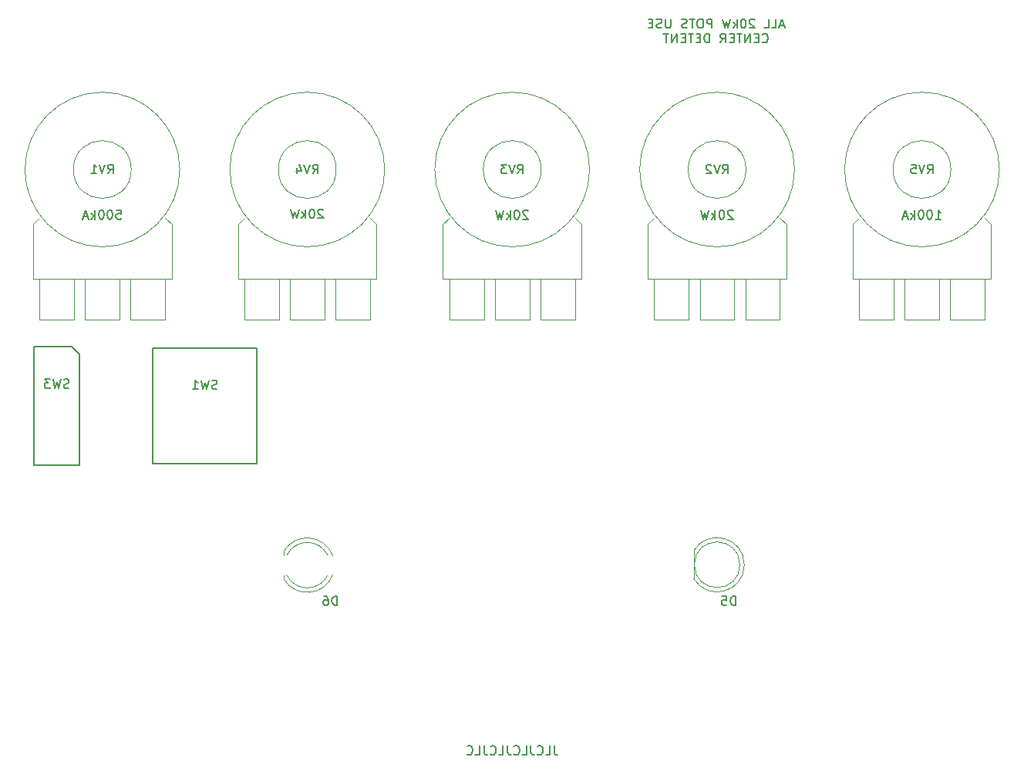
<source format=gbr>
G04 #@! TF.GenerationSoftware,KiCad,Pcbnew,7.0.10*
G04 #@! TF.CreationDate,2024-02-16T20:24:02-03:30*
G04 #@! TF.ProjectId,tight-distortion,74696768-742d-4646-9973-746f7274696f,rev?*
G04 #@! TF.SameCoordinates,Original*
G04 #@! TF.FileFunction,Legend,Bot*
G04 #@! TF.FilePolarity,Positive*
%FSLAX46Y46*%
G04 Gerber Fmt 4.6, Leading zero omitted, Abs format (unit mm)*
G04 Created by KiCad (PCBNEW 7.0.10) date 2024-02-16 20:24:02*
%MOMM*%
%LPD*%
G01*
G04 APERTURE LIST*
%ADD10C,0.150000*%
%ADD11C,0.120000*%
G04 APERTURE END LIST*
D10*
X29852381Y41835895D02*
X29376191Y41835895D01*
X29947619Y41550180D02*
X29614286Y42550180D01*
X29614286Y42550180D02*
X29280953Y41550180D01*
X28471429Y41550180D02*
X28947619Y41550180D01*
X28947619Y41550180D02*
X28947619Y42550180D01*
X27661905Y41550180D02*
X28138095Y41550180D01*
X28138095Y41550180D02*
X28138095Y42550180D01*
X26614285Y42454942D02*
X26566666Y42502561D01*
X26566666Y42502561D02*
X26471428Y42550180D01*
X26471428Y42550180D02*
X26233333Y42550180D01*
X26233333Y42550180D02*
X26138095Y42502561D01*
X26138095Y42502561D02*
X26090476Y42454942D01*
X26090476Y42454942D02*
X26042857Y42359704D01*
X26042857Y42359704D02*
X26042857Y42264466D01*
X26042857Y42264466D02*
X26090476Y42121609D01*
X26090476Y42121609D02*
X26661904Y41550180D01*
X26661904Y41550180D02*
X26042857Y41550180D01*
X25423809Y42550180D02*
X25328571Y42550180D01*
X25328571Y42550180D02*
X25233333Y42502561D01*
X25233333Y42502561D02*
X25185714Y42454942D01*
X25185714Y42454942D02*
X25138095Y42359704D01*
X25138095Y42359704D02*
X25090476Y42169228D01*
X25090476Y42169228D02*
X25090476Y41931133D01*
X25090476Y41931133D02*
X25138095Y41740657D01*
X25138095Y41740657D02*
X25185714Y41645419D01*
X25185714Y41645419D02*
X25233333Y41597800D01*
X25233333Y41597800D02*
X25328571Y41550180D01*
X25328571Y41550180D02*
X25423809Y41550180D01*
X25423809Y41550180D02*
X25519047Y41597800D01*
X25519047Y41597800D02*
X25566666Y41645419D01*
X25566666Y41645419D02*
X25614285Y41740657D01*
X25614285Y41740657D02*
X25661904Y41931133D01*
X25661904Y41931133D02*
X25661904Y42169228D01*
X25661904Y42169228D02*
X25614285Y42359704D01*
X25614285Y42359704D02*
X25566666Y42454942D01*
X25566666Y42454942D02*
X25519047Y42502561D01*
X25519047Y42502561D02*
X25423809Y42550180D01*
X24661904Y41550180D02*
X24661904Y42550180D01*
X24566666Y41931133D02*
X24280952Y41550180D01*
X24280952Y42216847D02*
X24661904Y41835895D01*
X23947618Y42550180D02*
X23709523Y41550180D01*
X23709523Y41550180D02*
X23519047Y42264466D01*
X23519047Y42264466D02*
X23328571Y41550180D01*
X23328571Y41550180D02*
X23090476Y42550180D01*
X21947618Y41550180D02*
X21947618Y42550180D01*
X21947618Y42550180D02*
X21566666Y42550180D01*
X21566666Y42550180D02*
X21471428Y42502561D01*
X21471428Y42502561D02*
X21423809Y42454942D01*
X21423809Y42454942D02*
X21376190Y42359704D01*
X21376190Y42359704D02*
X21376190Y42216847D01*
X21376190Y42216847D02*
X21423809Y42121609D01*
X21423809Y42121609D02*
X21471428Y42073990D01*
X21471428Y42073990D02*
X21566666Y42026371D01*
X21566666Y42026371D02*
X21947618Y42026371D01*
X20757142Y42550180D02*
X20566666Y42550180D01*
X20566666Y42550180D02*
X20471428Y42502561D01*
X20471428Y42502561D02*
X20376190Y42407323D01*
X20376190Y42407323D02*
X20328571Y42216847D01*
X20328571Y42216847D02*
X20328571Y41883514D01*
X20328571Y41883514D02*
X20376190Y41693038D01*
X20376190Y41693038D02*
X20471428Y41597800D01*
X20471428Y41597800D02*
X20566666Y41550180D01*
X20566666Y41550180D02*
X20757142Y41550180D01*
X20757142Y41550180D02*
X20852380Y41597800D01*
X20852380Y41597800D02*
X20947618Y41693038D01*
X20947618Y41693038D02*
X20995237Y41883514D01*
X20995237Y41883514D02*
X20995237Y42216847D01*
X20995237Y42216847D02*
X20947618Y42407323D01*
X20947618Y42407323D02*
X20852380Y42502561D01*
X20852380Y42502561D02*
X20757142Y42550180D01*
X20042856Y42550180D02*
X19471428Y42550180D01*
X19757142Y41550180D02*
X19757142Y42550180D01*
X19185713Y41597800D02*
X19042856Y41550180D01*
X19042856Y41550180D02*
X18804761Y41550180D01*
X18804761Y41550180D02*
X18709523Y41597800D01*
X18709523Y41597800D02*
X18661904Y41645419D01*
X18661904Y41645419D02*
X18614285Y41740657D01*
X18614285Y41740657D02*
X18614285Y41835895D01*
X18614285Y41835895D02*
X18661904Y41931133D01*
X18661904Y41931133D02*
X18709523Y41978752D01*
X18709523Y41978752D02*
X18804761Y42026371D01*
X18804761Y42026371D02*
X18995237Y42073990D01*
X18995237Y42073990D02*
X19090475Y42121609D01*
X19090475Y42121609D02*
X19138094Y42169228D01*
X19138094Y42169228D02*
X19185713Y42264466D01*
X19185713Y42264466D02*
X19185713Y42359704D01*
X19185713Y42359704D02*
X19138094Y42454942D01*
X19138094Y42454942D02*
X19090475Y42502561D01*
X19090475Y42502561D02*
X18995237Y42550180D01*
X18995237Y42550180D02*
X18757142Y42550180D01*
X18757142Y42550180D02*
X18614285Y42502561D01*
X17423808Y42550180D02*
X17423808Y41740657D01*
X17423808Y41740657D02*
X17376189Y41645419D01*
X17376189Y41645419D02*
X17328570Y41597800D01*
X17328570Y41597800D02*
X17233332Y41550180D01*
X17233332Y41550180D02*
X17042856Y41550180D01*
X17042856Y41550180D02*
X16947618Y41597800D01*
X16947618Y41597800D02*
X16899999Y41645419D01*
X16899999Y41645419D02*
X16852380Y41740657D01*
X16852380Y41740657D02*
X16852380Y42550180D01*
X16423808Y41597800D02*
X16280951Y41550180D01*
X16280951Y41550180D02*
X16042856Y41550180D01*
X16042856Y41550180D02*
X15947618Y41597800D01*
X15947618Y41597800D02*
X15899999Y41645419D01*
X15899999Y41645419D02*
X15852380Y41740657D01*
X15852380Y41740657D02*
X15852380Y41835895D01*
X15852380Y41835895D02*
X15899999Y41931133D01*
X15899999Y41931133D02*
X15947618Y41978752D01*
X15947618Y41978752D02*
X16042856Y42026371D01*
X16042856Y42026371D02*
X16233332Y42073990D01*
X16233332Y42073990D02*
X16328570Y42121609D01*
X16328570Y42121609D02*
X16376189Y42169228D01*
X16376189Y42169228D02*
X16423808Y42264466D01*
X16423808Y42264466D02*
X16423808Y42359704D01*
X16423808Y42359704D02*
X16376189Y42454942D01*
X16376189Y42454942D02*
X16328570Y42502561D01*
X16328570Y42502561D02*
X16233332Y42550180D01*
X16233332Y42550180D02*
X15995237Y42550180D01*
X15995237Y42550180D02*
X15852380Y42502561D01*
X15423808Y42073990D02*
X15090475Y42073990D01*
X14947618Y41550180D02*
X15423808Y41550180D01*
X15423808Y41550180D02*
X15423808Y42550180D01*
X15423808Y42550180D02*
X14947618Y42550180D01*
X27471429Y40035419D02*
X27519048Y39987800D01*
X27519048Y39987800D02*
X27661905Y39940180D01*
X27661905Y39940180D02*
X27757143Y39940180D01*
X27757143Y39940180D02*
X27900000Y39987800D01*
X27900000Y39987800D02*
X27995238Y40083038D01*
X27995238Y40083038D02*
X28042857Y40178276D01*
X28042857Y40178276D02*
X28090476Y40368752D01*
X28090476Y40368752D02*
X28090476Y40511609D01*
X28090476Y40511609D02*
X28042857Y40702085D01*
X28042857Y40702085D02*
X27995238Y40797323D01*
X27995238Y40797323D02*
X27900000Y40892561D01*
X27900000Y40892561D02*
X27757143Y40940180D01*
X27757143Y40940180D02*
X27661905Y40940180D01*
X27661905Y40940180D02*
X27519048Y40892561D01*
X27519048Y40892561D02*
X27471429Y40844942D01*
X27042857Y40463990D02*
X26709524Y40463990D01*
X26566667Y39940180D02*
X27042857Y39940180D01*
X27042857Y39940180D02*
X27042857Y40940180D01*
X27042857Y40940180D02*
X26566667Y40940180D01*
X26138095Y39940180D02*
X26138095Y40940180D01*
X26138095Y40940180D02*
X25566667Y39940180D01*
X25566667Y39940180D02*
X25566667Y40940180D01*
X25233333Y40940180D02*
X24661905Y40940180D01*
X24947619Y39940180D02*
X24947619Y40940180D01*
X24328571Y40463990D02*
X23995238Y40463990D01*
X23852381Y39940180D02*
X24328571Y39940180D01*
X24328571Y39940180D02*
X24328571Y40940180D01*
X24328571Y40940180D02*
X23852381Y40940180D01*
X22852381Y39940180D02*
X23185714Y40416371D01*
X23423809Y39940180D02*
X23423809Y40940180D01*
X23423809Y40940180D02*
X23042857Y40940180D01*
X23042857Y40940180D02*
X22947619Y40892561D01*
X22947619Y40892561D02*
X22900000Y40844942D01*
X22900000Y40844942D02*
X22852381Y40749704D01*
X22852381Y40749704D02*
X22852381Y40606847D01*
X22852381Y40606847D02*
X22900000Y40511609D01*
X22900000Y40511609D02*
X22947619Y40463990D01*
X22947619Y40463990D02*
X23042857Y40416371D01*
X23042857Y40416371D02*
X23423809Y40416371D01*
X21661904Y39940180D02*
X21661904Y40940180D01*
X21661904Y40940180D02*
X21423809Y40940180D01*
X21423809Y40940180D02*
X21280952Y40892561D01*
X21280952Y40892561D02*
X21185714Y40797323D01*
X21185714Y40797323D02*
X21138095Y40702085D01*
X21138095Y40702085D02*
X21090476Y40511609D01*
X21090476Y40511609D02*
X21090476Y40368752D01*
X21090476Y40368752D02*
X21138095Y40178276D01*
X21138095Y40178276D02*
X21185714Y40083038D01*
X21185714Y40083038D02*
X21280952Y39987800D01*
X21280952Y39987800D02*
X21423809Y39940180D01*
X21423809Y39940180D02*
X21661904Y39940180D01*
X20661904Y40463990D02*
X20328571Y40463990D01*
X20185714Y39940180D02*
X20661904Y39940180D01*
X20661904Y39940180D02*
X20661904Y40940180D01*
X20661904Y40940180D02*
X20185714Y40940180D01*
X19899999Y40940180D02*
X19328571Y40940180D01*
X19614285Y39940180D02*
X19614285Y40940180D01*
X18995237Y40463990D02*
X18661904Y40463990D01*
X18519047Y39940180D02*
X18995237Y39940180D01*
X18995237Y39940180D02*
X18995237Y40940180D01*
X18995237Y40940180D02*
X18519047Y40940180D01*
X18090475Y39940180D02*
X18090475Y40940180D01*
X18090475Y40940180D02*
X17519047Y39940180D01*
X17519047Y39940180D02*
X17519047Y40940180D01*
X17185713Y40940180D02*
X16614285Y40940180D01*
X16899999Y39940180D02*
X16899999Y40940180D01*
X4619048Y-37354819D02*
X4619048Y-38069104D01*
X4619048Y-38069104D02*
X4666667Y-38211961D01*
X4666667Y-38211961D02*
X4761905Y-38307200D01*
X4761905Y-38307200D02*
X4904762Y-38354819D01*
X4904762Y-38354819D02*
X5000000Y-38354819D01*
X3666667Y-38354819D02*
X4142857Y-38354819D01*
X4142857Y-38354819D02*
X4142857Y-37354819D01*
X2761905Y-38259580D02*
X2809524Y-38307200D01*
X2809524Y-38307200D02*
X2952381Y-38354819D01*
X2952381Y-38354819D02*
X3047619Y-38354819D01*
X3047619Y-38354819D02*
X3190476Y-38307200D01*
X3190476Y-38307200D02*
X3285714Y-38211961D01*
X3285714Y-38211961D02*
X3333333Y-38116723D01*
X3333333Y-38116723D02*
X3380952Y-37926247D01*
X3380952Y-37926247D02*
X3380952Y-37783390D01*
X3380952Y-37783390D02*
X3333333Y-37592914D01*
X3333333Y-37592914D02*
X3285714Y-37497676D01*
X3285714Y-37497676D02*
X3190476Y-37402438D01*
X3190476Y-37402438D02*
X3047619Y-37354819D01*
X3047619Y-37354819D02*
X2952381Y-37354819D01*
X2952381Y-37354819D02*
X2809524Y-37402438D01*
X2809524Y-37402438D02*
X2761905Y-37450057D01*
X2047619Y-37354819D02*
X2047619Y-38069104D01*
X2047619Y-38069104D02*
X2095238Y-38211961D01*
X2095238Y-38211961D02*
X2190476Y-38307200D01*
X2190476Y-38307200D02*
X2333333Y-38354819D01*
X2333333Y-38354819D02*
X2428571Y-38354819D01*
X1095238Y-38354819D02*
X1571428Y-38354819D01*
X1571428Y-38354819D02*
X1571428Y-37354819D01*
X190476Y-38259580D02*
X238095Y-38307200D01*
X238095Y-38307200D02*
X380952Y-38354819D01*
X380952Y-38354819D02*
X476190Y-38354819D01*
X476190Y-38354819D02*
X619047Y-38307200D01*
X619047Y-38307200D02*
X714285Y-38211961D01*
X714285Y-38211961D02*
X761904Y-38116723D01*
X761904Y-38116723D02*
X809523Y-37926247D01*
X809523Y-37926247D02*
X809523Y-37783390D01*
X809523Y-37783390D02*
X761904Y-37592914D01*
X761904Y-37592914D02*
X714285Y-37497676D01*
X714285Y-37497676D02*
X619047Y-37402438D01*
X619047Y-37402438D02*
X476190Y-37354819D01*
X476190Y-37354819D02*
X380952Y-37354819D01*
X380952Y-37354819D02*
X238095Y-37402438D01*
X238095Y-37402438D02*
X190476Y-37450057D01*
X-523809Y-37354819D02*
X-523809Y-38069104D01*
X-523809Y-38069104D02*
X-476190Y-38211961D01*
X-476190Y-38211961D02*
X-380952Y-38307200D01*
X-380952Y-38307200D02*
X-238095Y-38354819D01*
X-238095Y-38354819D02*
X-142857Y-38354819D01*
X-1476190Y-38354819D02*
X-1000000Y-38354819D01*
X-1000000Y-38354819D02*
X-1000000Y-37354819D01*
X-2380952Y-38259580D02*
X-2333333Y-38307200D01*
X-2333333Y-38307200D02*
X-2190476Y-38354819D01*
X-2190476Y-38354819D02*
X-2095238Y-38354819D01*
X-2095238Y-38354819D02*
X-1952381Y-38307200D01*
X-1952381Y-38307200D02*
X-1857143Y-38211961D01*
X-1857143Y-38211961D02*
X-1809524Y-38116723D01*
X-1809524Y-38116723D02*
X-1761905Y-37926247D01*
X-1761905Y-37926247D02*
X-1761905Y-37783390D01*
X-1761905Y-37783390D02*
X-1809524Y-37592914D01*
X-1809524Y-37592914D02*
X-1857143Y-37497676D01*
X-1857143Y-37497676D02*
X-1952381Y-37402438D01*
X-1952381Y-37402438D02*
X-2095238Y-37354819D01*
X-2095238Y-37354819D02*
X-2190476Y-37354819D01*
X-2190476Y-37354819D02*
X-2333333Y-37402438D01*
X-2333333Y-37402438D02*
X-2380952Y-37450057D01*
X-3095238Y-37354819D02*
X-3095238Y-38069104D01*
X-3095238Y-38069104D02*
X-3047619Y-38211961D01*
X-3047619Y-38211961D02*
X-2952381Y-38307200D01*
X-2952381Y-38307200D02*
X-2809524Y-38354819D01*
X-2809524Y-38354819D02*
X-2714286Y-38354819D01*
X-4047619Y-38354819D02*
X-3571429Y-38354819D01*
X-3571429Y-38354819D02*
X-3571429Y-37354819D01*
X-4952381Y-38259580D02*
X-4904762Y-38307200D01*
X-4904762Y-38307200D02*
X-4761905Y-38354819D01*
X-4761905Y-38354819D02*
X-4666667Y-38354819D01*
X-4666667Y-38354819D02*
X-4523810Y-38307200D01*
X-4523810Y-38307200D02*
X-4428572Y-38211961D01*
X-4428572Y-38211961D02*
X-4380953Y-38116723D01*
X-4380953Y-38116723D02*
X-4333334Y-37926247D01*
X-4333334Y-37926247D02*
X-4333334Y-37783390D01*
X-4333334Y-37783390D02*
X-4380953Y-37592914D01*
X-4380953Y-37592914D02*
X-4428572Y-37497676D01*
X-4428572Y-37497676D02*
X-4523810Y-37402438D01*
X-4523810Y-37402438D02*
X-4666667Y-37354819D01*
X-4666667Y-37354819D02*
X-4761905Y-37354819D01*
X-4761905Y-37354819D02*
X-4904762Y-37402438D01*
X-4904762Y-37402438D02*
X-4952381Y-37450057D01*
X-44404761Y25545180D02*
X-44071428Y26021371D01*
X-43833333Y25545180D02*
X-43833333Y26545180D01*
X-43833333Y26545180D02*
X-44214285Y26545180D01*
X-44214285Y26545180D02*
X-44309523Y26497561D01*
X-44309523Y26497561D02*
X-44357142Y26449942D01*
X-44357142Y26449942D02*
X-44404761Y26354704D01*
X-44404761Y26354704D02*
X-44404761Y26211847D01*
X-44404761Y26211847D02*
X-44357142Y26116609D01*
X-44357142Y26116609D02*
X-44309523Y26068990D01*
X-44309523Y26068990D02*
X-44214285Y26021371D01*
X-44214285Y26021371D02*
X-43833333Y26021371D01*
X-44690476Y26545180D02*
X-45023809Y25545180D01*
X-45023809Y25545180D02*
X-45357142Y26545180D01*
X-46214285Y25545180D02*
X-45642857Y25545180D01*
X-45928571Y25545180D02*
X-45928571Y26545180D01*
X-45928571Y26545180D02*
X-45833333Y26402323D01*
X-45833333Y26402323D02*
X-45738095Y26307085D01*
X-45738095Y26307085D02*
X-45642857Y26259466D01*
X-43452380Y21545180D02*
X-42976190Y21545180D01*
X-42976190Y21545180D02*
X-42928571Y21068990D01*
X-42928571Y21068990D02*
X-42976190Y21116609D01*
X-42976190Y21116609D02*
X-43071428Y21164228D01*
X-43071428Y21164228D02*
X-43309523Y21164228D01*
X-43309523Y21164228D02*
X-43404761Y21116609D01*
X-43404761Y21116609D02*
X-43452380Y21068990D01*
X-43452380Y21068990D02*
X-43499999Y20973752D01*
X-43499999Y20973752D02*
X-43499999Y20735657D01*
X-43499999Y20735657D02*
X-43452380Y20640419D01*
X-43452380Y20640419D02*
X-43404761Y20592800D01*
X-43404761Y20592800D02*
X-43309523Y20545180D01*
X-43309523Y20545180D02*
X-43071428Y20545180D01*
X-43071428Y20545180D02*
X-42976190Y20592800D01*
X-42976190Y20592800D02*
X-42928571Y20640419D01*
X-44119047Y21545180D02*
X-44214285Y21545180D01*
X-44214285Y21545180D02*
X-44309523Y21497561D01*
X-44309523Y21497561D02*
X-44357142Y21449942D01*
X-44357142Y21449942D02*
X-44404761Y21354704D01*
X-44404761Y21354704D02*
X-44452380Y21164228D01*
X-44452380Y21164228D02*
X-44452380Y20926133D01*
X-44452380Y20926133D02*
X-44404761Y20735657D01*
X-44404761Y20735657D02*
X-44357142Y20640419D01*
X-44357142Y20640419D02*
X-44309523Y20592800D01*
X-44309523Y20592800D02*
X-44214285Y20545180D01*
X-44214285Y20545180D02*
X-44119047Y20545180D01*
X-44119047Y20545180D02*
X-44023809Y20592800D01*
X-44023809Y20592800D02*
X-43976190Y20640419D01*
X-43976190Y20640419D02*
X-43928571Y20735657D01*
X-43928571Y20735657D02*
X-43880952Y20926133D01*
X-43880952Y20926133D02*
X-43880952Y21164228D01*
X-43880952Y21164228D02*
X-43928571Y21354704D01*
X-43928571Y21354704D02*
X-43976190Y21449942D01*
X-43976190Y21449942D02*
X-44023809Y21497561D01*
X-44023809Y21497561D02*
X-44119047Y21545180D01*
X-45071428Y21545180D02*
X-45166666Y21545180D01*
X-45166666Y21545180D02*
X-45261904Y21497561D01*
X-45261904Y21497561D02*
X-45309523Y21449942D01*
X-45309523Y21449942D02*
X-45357142Y21354704D01*
X-45357142Y21354704D02*
X-45404761Y21164228D01*
X-45404761Y21164228D02*
X-45404761Y20926133D01*
X-45404761Y20926133D02*
X-45357142Y20735657D01*
X-45357142Y20735657D02*
X-45309523Y20640419D01*
X-45309523Y20640419D02*
X-45261904Y20592800D01*
X-45261904Y20592800D02*
X-45166666Y20545180D01*
X-45166666Y20545180D02*
X-45071428Y20545180D01*
X-45071428Y20545180D02*
X-44976190Y20592800D01*
X-44976190Y20592800D02*
X-44928571Y20640419D01*
X-44928571Y20640419D02*
X-44880952Y20735657D01*
X-44880952Y20735657D02*
X-44833333Y20926133D01*
X-44833333Y20926133D02*
X-44833333Y21164228D01*
X-44833333Y21164228D02*
X-44880952Y21354704D01*
X-44880952Y21354704D02*
X-44928571Y21449942D01*
X-44928571Y21449942D02*
X-44976190Y21497561D01*
X-44976190Y21497561D02*
X-45071428Y21545180D01*
X-45833333Y20545180D02*
X-45833333Y21545180D01*
X-45928571Y20926133D02*
X-46214285Y20545180D01*
X-46214285Y21211847D02*
X-45833333Y20830895D01*
X-46595238Y20830895D02*
X-47071428Y20830895D01*
X-46500000Y20545180D02*
X-46833333Y21545180D01*
X-46833333Y21545180D02*
X-47166666Y20545180D01*
X45595238Y25545180D02*
X45928571Y26021371D01*
X46166666Y25545180D02*
X46166666Y26545180D01*
X46166666Y26545180D02*
X45785714Y26545180D01*
X45785714Y26545180D02*
X45690476Y26497561D01*
X45690476Y26497561D02*
X45642857Y26449942D01*
X45642857Y26449942D02*
X45595238Y26354704D01*
X45595238Y26354704D02*
X45595238Y26211847D01*
X45595238Y26211847D02*
X45642857Y26116609D01*
X45642857Y26116609D02*
X45690476Y26068990D01*
X45690476Y26068990D02*
X45785714Y26021371D01*
X45785714Y26021371D02*
X46166666Y26021371D01*
X45309523Y26545180D02*
X44976190Y25545180D01*
X44976190Y25545180D02*
X44642857Y26545180D01*
X43833333Y26545180D02*
X44309523Y26545180D01*
X44309523Y26545180D02*
X44357142Y26068990D01*
X44357142Y26068990D02*
X44309523Y26116609D01*
X44309523Y26116609D02*
X44214285Y26164228D01*
X44214285Y26164228D02*
X43976190Y26164228D01*
X43976190Y26164228D02*
X43880952Y26116609D01*
X43880952Y26116609D02*
X43833333Y26068990D01*
X43833333Y26068990D02*
X43785714Y25973752D01*
X43785714Y25973752D02*
X43785714Y25735657D01*
X43785714Y25735657D02*
X43833333Y25640419D01*
X43833333Y25640419D02*
X43880952Y25592800D01*
X43880952Y25592800D02*
X43976190Y25545180D01*
X43976190Y25545180D02*
X44214285Y25545180D01*
X44214285Y25545180D02*
X44309523Y25592800D01*
X44309523Y25592800D02*
X44357142Y25640419D01*
X46500000Y20545180D02*
X47071428Y20545180D01*
X46785714Y20545180D02*
X46785714Y21545180D01*
X46785714Y21545180D02*
X46880952Y21402323D01*
X46880952Y21402323D02*
X46976190Y21307085D01*
X46976190Y21307085D02*
X47071428Y21259466D01*
X45880952Y21545180D02*
X45785714Y21545180D01*
X45785714Y21545180D02*
X45690476Y21497561D01*
X45690476Y21497561D02*
X45642857Y21449942D01*
X45642857Y21449942D02*
X45595238Y21354704D01*
X45595238Y21354704D02*
X45547619Y21164228D01*
X45547619Y21164228D02*
X45547619Y20926133D01*
X45547619Y20926133D02*
X45595238Y20735657D01*
X45595238Y20735657D02*
X45642857Y20640419D01*
X45642857Y20640419D02*
X45690476Y20592800D01*
X45690476Y20592800D02*
X45785714Y20545180D01*
X45785714Y20545180D02*
X45880952Y20545180D01*
X45880952Y20545180D02*
X45976190Y20592800D01*
X45976190Y20592800D02*
X46023809Y20640419D01*
X46023809Y20640419D02*
X46071428Y20735657D01*
X46071428Y20735657D02*
X46119047Y20926133D01*
X46119047Y20926133D02*
X46119047Y21164228D01*
X46119047Y21164228D02*
X46071428Y21354704D01*
X46071428Y21354704D02*
X46023809Y21449942D01*
X46023809Y21449942D02*
X45976190Y21497561D01*
X45976190Y21497561D02*
X45880952Y21545180D01*
X44928571Y21545180D02*
X44833333Y21545180D01*
X44833333Y21545180D02*
X44738095Y21497561D01*
X44738095Y21497561D02*
X44690476Y21449942D01*
X44690476Y21449942D02*
X44642857Y21354704D01*
X44642857Y21354704D02*
X44595238Y21164228D01*
X44595238Y21164228D02*
X44595238Y20926133D01*
X44595238Y20926133D02*
X44642857Y20735657D01*
X44642857Y20735657D02*
X44690476Y20640419D01*
X44690476Y20640419D02*
X44738095Y20592800D01*
X44738095Y20592800D02*
X44833333Y20545180D01*
X44833333Y20545180D02*
X44928571Y20545180D01*
X44928571Y20545180D02*
X45023809Y20592800D01*
X45023809Y20592800D02*
X45071428Y20640419D01*
X45071428Y20640419D02*
X45119047Y20735657D01*
X45119047Y20735657D02*
X45166666Y20926133D01*
X45166666Y20926133D02*
X45166666Y21164228D01*
X45166666Y21164228D02*
X45119047Y21354704D01*
X45119047Y21354704D02*
X45071428Y21449942D01*
X45071428Y21449942D02*
X45023809Y21497561D01*
X45023809Y21497561D02*
X44928571Y21545180D01*
X44166666Y20545180D02*
X44166666Y21545180D01*
X44071428Y20926133D02*
X43785714Y20545180D01*
X43785714Y21211847D02*
X44166666Y20830895D01*
X43404761Y20830895D02*
X42928571Y20830895D01*
X43499999Y20545180D02*
X43166666Y21545180D01*
X43166666Y21545180D02*
X42833333Y20545180D01*
X-21904761Y25545180D02*
X-21571428Y26021371D01*
X-21333333Y25545180D02*
X-21333333Y26545180D01*
X-21333333Y26545180D02*
X-21714285Y26545180D01*
X-21714285Y26545180D02*
X-21809523Y26497561D01*
X-21809523Y26497561D02*
X-21857142Y26449942D01*
X-21857142Y26449942D02*
X-21904761Y26354704D01*
X-21904761Y26354704D02*
X-21904761Y26211847D01*
X-21904761Y26211847D02*
X-21857142Y26116609D01*
X-21857142Y26116609D02*
X-21809523Y26068990D01*
X-21809523Y26068990D02*
X-21714285Y26021371D01*
X-21714285Y26021371D02*
X-21333333Y26021371D01*
X-22190476Y26545180D02*
X-22523809Y25545180D01*
X-22523809Y25545180D02*
X-22857142Y26545180D01*
X-23619047Y26211847D02*
X-23619047Y25545180D01*
X-23380952Y26592800D02*
X-23142857Y25878514D01*
X-23142857Y25878514D02*
X-23761904Y25878514D01*
X-20761905Y21549942D02*
X-20809524Y21597561D01*
X-20809524Y21597561D02*
X-20904762Y21645180D01*
X-20904762Y21645180D02*
X-21142857Y21645180D01*
X-21142857Y21645180D02*
X-21238095Y21597561D01*
X-21238095Y21597561D02*
X-21285714Y21549942D01*
X-21285714Y21549942D02*
X-21333333Y21454704D01*
X-21333333Y21454704D02*
X-21333333Y21359466D01*
X-21333333Y21359466D02*
X-21285714Y21216609D01*
X-21285714Y21216609D02*
X-20714286Y20645180D01*
X-20714286Y20645180D02*
X-21333333Y20645180D01*
X-21952381Y21645180D02*
X-22047619Y21645180D01*
X-22047619Y21645180D02*
X-22142857Y21597561D01*
X-22142857Y21597561D02*
X-22190476Y21549942D01*
X-22190476Y21549942D02*
X-22238095Y21454704D01*
X-22238095Y21454704D02*
X-22285714Y21264228D01*
X-22285714Y21264228D02*
X-22285714Y21026133D01*
X-22285714Y21026133D02*
X-22238095Y20835657D01*
X-22238095Y20835657D02*
X-22190476Y20740419D01*
X-22190476Y20740419D02*
X-22142857Y20692800D01*
X-22142857Y20692800D02*
X-22047619Y20645180D01*
X-22047619Y20645180D02*
X-21952381Y20645180D01*
X-21952381Y20645180D02*
X-21857143Y20692800D01*
X-21857143Y20692800D02*
X-21809524Y20740419D01*
X-21809524Y20740419D02*
X-21761905Y20835657D01*
X-21761905Y20835657D02*
X-21714286Y21026133D01*
X-21714286Y21026133D02*
X-21714286Y21264228D01*
X-21714286Y21264228D02*
X-21761905Y21454704D01*
X-21761905Y21454704D02*
X-21809524Y21549942D01*
X-21809524Y21549942D02*
X-21857143Y21597561D01*
X-21857143Y21597561D02*
X-21952381Y21645180D01*
X-22714286Y20645180D02*
X-22714286Y21645180D01*
X-22809524Y21026133D02*
X-23095238Y20645180D01*
X-23095238Y21311847D02*
X-22714286Y20930895D01*
X-23428572Y21645180D02*
X-23666667Y20645180D01*
X-23666667Y20645180D02*
X-23857143Y21359466D01*
X-23857143Y21359466D02*
X-24047619Y20645180D01*
X-24047619Y20645180D02*
X-24285715Y21645180D01*
X595238Y25545180D02*
X928571Y26021371D01*
X1166666Y25545180D02*
X1166666Y26545180D01*
X1166666Y26545180D02*
X785714Y26545180D01*
X785714Y26545180D02*
X690476Y26497561D01*
X690476Y26497561D02*
X642857Y26449942D01*
X642857Y26449942D02*
X595238Y26354704D01*
X595238Y26354704D02*
X595238Y26211847D01*
X595238Y26211847D02*
X642857Y26116609D01*
X642857Y26116609D02*
X690476Y26068990D01*
X690476Y26068990D02*
X785714Y26021371D01*
X785714Y26021371D02*
X1166666Y26021371D01*
X309523Y26545180D02*
X-23809Y25545180D01*
X-23809Y25545180D02*
X-357142Y26545180D01*
X-595238Y26545180D02*
X-1214285Y26545180D01*
X-1214285Y26545180D02*
X-880952Y26164228D01*
X-880952Y26164228D02*
X-1023809Y26164228D01*
X-1023809Y26164228D02*
X-1119047Y26116609D01*
X-1119047Y26116609D02*
X-1166666Y26068990D01*
X-1166666Y26068990D02*
X-1214285Y25973752D01*
X-1214285Y25973752D02*
X-1214285Y25735657D01*
X-1214285Y25735657D02*
X-1166666Y25640419D01*
X-1166666Y25640419D02*
X-1119047Y25592800D01*
X-1119047Y25592800D02*
X-1023809Y25545180D01*
X-1023809Y25545180D02*
X-738095Y25545180D01*
X-738095Y25545180D02*
X-642857Y25592800D01*
X-642857Y25592800D02*
X-595238Y25640419D01*
X1738094Y21449942D02*
X1690475Y21497561D01*
X1690475Y21497561D02*
X1595237Y21545180D01*
X1595237Y21545180D02*
X1357142Y21545180D01*
X1357142Y21545180D02*
X1261904Y21497561D01*
X1261904Y21497561D02*
X1214285Y21449942D01*
X1214285Y21449942D02*
X1166666Y21354704D01*
X1166666Y21354704D02*
X1166666Y21259466D01*
X1166666Y21259466D02*
X1214285Y21116609D01*
X1214285Y21116609D02*
X1785713Y20545180D01*
X1785713Y20545180D02*
X1166666Y20545180D01*
X547618Y21545180D02*
X452380Y21545180D01*
X452380Y21545180D02*
X357142Y21497561D01*
X357142Y21497561D02*
X309523Y21449942D01*
X309523Y21449942D02*
X261904Y21354704D01*
X261904Y21354704D02*
X214285Y21164228D01*
X214285Y21164228D02*
X214285Y20926133D01*
X214285Y20926133D02*
X261904Y20735657D01*
X261904Y20735657D02*
X309523Y20640419D01*
X309523Y20640419D02*
X357142Y20592800D01*
X357142Y20592800D02*
X452380Y20545180D01*
X452380Y20545180D02*
X547618Y20545180D01*
X547618Y20545180D02*
X642856Y20592800D01*
X642856Y20592800D02*
X690475Y20640419D01*
X690475Y20640419D02*
X738094Y20735657D01*
X738094Y20735657D02*
X785713Y20926133D01*
X785713Y20926133D02*
X785713Y21164228D01*
X785713Y21164228D02*
X738094Y21354704D01*
X738094Y21354704D02*
X690475Y21449942D01*
X690475Y21449942D02*
X642856Y21497561D01*
X642856Y21497561D02*
X547618Y21545180D01*
X-214286Y20545180D02*
X-214286Y21545180D01*
X-309524Y20926133D02*
X-595238Y20545180D01*
X-595238Y21211847D02*
X-214286Y20830895D01*
X-928572Y21545180D02*
X-1166667Y20545180D01*
X-1166667Y20545180D02*
X-1357143Y21259466D01*
X-1357143Y21259466D02*
X-1547619Y20545180D01*
X-1547619Y20545180D02*
X-1785715Y21545180D01*
X23095238Y25545180D02*
X23428571Y26021371D01*
X23666666Y25545180D02*
X23666666Y26545180D01*
X23666666Y26545180D02*
X23285714Y26545180D01*
X23285714Y26545180D02*
X23190476Y26497561D01*
X23190476Y26497561D02*
X23142857Y26449942D01*
X23142857Y26449942D02*
X23095238Y26354704D01*
X23095238Y26354704D02*
X23095238Y26211847D01*
X23095238Y26211847D02*
X23142857Y26116609D01*
X23142857Y26116609D02*
X23190476Y26068990D01*
X23190476Y26068990D02*
X23285714Y26021371D01*
X23285714Y26021371D02*
X23666666Y26021371D01*
X22809523Y26545180D02*
X22476190Y25545180D01*
X22476190Y25545180D02*
X22142857Y26545180D01*
X21857142Y26449942D02*
X21809523Y26497561D01*
X21809523Y26497561D02*
X21714285Y26545180D01*
X21714285Y26545180D02*
X21476190Y26545180D01*
X21476190Y26545180D02*
X21380952Y26497561D01*
X21380952Y26497561D02*
X21333333Y26449942D01*
X21333333Y26449942D02*
X21285714Y26354704D01*
X21285714Y26354704D02*
X21285714Y26259466D01*
X21285714Y26259466D02*
X21333333Y26116609D01*
X21333333Y26116609D02*
X21904761Y25545180D01*
X21904761Y25545180D02*
X21285714Y25545180D01*
X24238094Y21449942D02*
X24190475Y21497561D01*
X24190475Y21497561D02*
X24095237Y21545180D01*
X24095237Y21545180D02*
X23857142Y21545180D01*
X23857142Y21545180D02*
X23761904Y21497561D01*
X23761904Y21497561D02*
X23714285Y21449942D01*
X23714285Y21449942D02*
X23666666Y21354704D01*
X23666666Y21354704D02*
X23666666Y21259466D01*
X23666666Y21259466D02*
X23714285Y21116609D01*
X23714285Y21116609D02*
X24285713Y20545180D01*
X24285713Y20545180D02*
X23666666Y20545180D01*
X23047618Y21545180D02*
X22952380Y21545180D01*
X22952380Y21545180D02*
X22857142Y21497561D01*
X22857142Y21497561D02*
X22809523Y21449942D01*
X22809523Y21449942D02*
X22761904Y21354704D01*
X22761904Y21354704D02*
X22714285Y21164228D01*
X22714285Y21164228D02*
X22714285Y20926133D01*
X22714285Y20926133D02*
X22761904Y20735657D01*
X22761904Y20735657D02*
X22809523Y20640419D01*
X22809523Y20640419D02*
X22857142Y20592800D01*
X22857142Y20592800D02*
X22952380Y20545180D01*
X22952380Y20545180D02*
X23047618Y20545180D01*
X23047618Y20545180D02*
X23142856Y20592800D01*
X23142856Y20592800D02*
X23190475Y20640419D01*
X23190475Y20640419D02*
X23238094Y20735657D01*
X23238094Y20735657D02*
X23285713Y20926133D01*
X23285713Y20926133D02*
X23285713Y21164228D01*
X23285713Y21164228D02*
X23238094Y21354704D01*
X23238094Y21354704D02*
X23190475Y21449942D01*
X23190475Y21449942D02*
X23142856Y21497561D01*
X23142856Y21497561D02*
X23047618Y21545180D01*
X22285713Y20545180D02*
X22285713Y21545180D01*
X22190475Y20926133D02*
X21904761Y20545180D01*
X21904761Y21211847D02*
X22285713Y20830895D01*
X21571427Y21545180D02*
X21333332Y20545180D01*
X21333332Y20545180D02*
X21142856Y21259466D01*
X21142856Y21259466D02*
X20952380Y20545180D01*
X20952380Y20545180D02*
X20714285Y21545180D01*
X24508094Y-21914819D02*
X24508094Y-20914819D01*
X24508094Y-20914819D02*
X24269999Y-20914819D01*
X24269999Y-20914819D02*
X24127142Y-20962438D01*
X24127142Y-20962438D02*
X24031904Y-21057676D01*
X24031904Y-21057676D02*
X23984285Y-21152914D01*
X23984285Y-21152914D02*
X23936666Y-21343390D01*
X23936666Y-21343390D02*
X23936666Y-21486247D01*
X23936666Y-21486247D02*
X23984285Y-21676723D01*
X23984285Y-21676723D02*
X24031904Y-21771961D01*
X24031904Y-21771961D02*
X24127142Y-21867200D01*
X24127142Y-21867200D02*
X24269999Y-21914819D01*
X24269999Y-21914819D02*
X24508094Y-21914819D01*
X23031904Y-20914819D02*
X23508094Y-20914819D01*
X23508094Y-20914819D02*
X23555713Y-21391009D01*
X23555713Y-21391009D02*
X23508094Y-21343390D01*
X23508094Y-21343390D02*
X23412856Y-21295771D01*
X23412856Y-21295771D02*
X23174761Y-21295771D01*
X23174761Y-21295771D02*
X23079523Y-21343390D01*
X23079523Y-21343390D02*
X23031904Y-21391009D01*
X23031904Y-21391009D02*
X22984285Y-21486247D01*
X22984285Y-21486247D02*
X22984285Y-21724342D01*
X22984285Y-21724342D02*
X23031904Y-21819580D01*
X23031904Y-21819580D02*
X23079523Y-21867200D01*
X23079523Y-21867200D02*
X23174761Y-21914819D01*
X23174761Y-21914819D02*
X23412856Y-21914819D01*
X23412856Y-21914819D02*
X23508094Y-21867200D01*
X23508094Y-21867200D02*
X23555713Y-21819580D01*
X-32416667Y1892800D02*
X-32559524Y1845180D01*
X-32559524Y1845180D02*
X-32797619Y1845180D01*
X-32797619Y1845180D02*
X-32892857Y1892800D01*
X-32892857Y1892800D02*
X-32940476Y1940419D01*
X-32940476Y1940419D02*
X-32988095Y2035657D01*
X-32988095Y2035657D02*
X-32988095Y2130895D01*
X-32988095Y2130895D02*
X-32940476Y2226133D01*
X-32940476Y2226133D02*
X-32892857Y2273752D01*
X-32892857Y2273752D02*
X-32797619Y2321371D01*
X-32797619Y2321371D02*
X-32607143Y2368990D01*
X-32607143Y2368990D02*
X-32511905Y2416609D01*
X-32511905Y2416609D02*
X-32464286Y2464228D01*
X-32464286Y2464228D02*
X-32416667Y2559466D01*
X-32416667Y2559466D02*
X-32416667Y2654704D01*
X-32416667Y2654704D02*
X-32464286Y2749942D01*
X-32464286Y2749942D02*
X-32511905Y2797561D01*
X-32511905Y2797561D02*
X-32607143Y2845180D01*
X-32607143Y2845180D02*
X-32845238Y2845180D01*
X-32845238Y2845180D02*
X-32988095Y2797561D01*
X-33321429Y2845180D02*
X-33559524Y1845180D01*
X-33559524Y1845180D02*
X-33750000Y2559466D01*
X-33750000Y2559466D02*
X-33940476Y1845180D01*
X-33940476Y1845180D02*
X-34178572Y2845180D01*
X-35083333Y1845180D02*
X-34511905Y1845180D01*
X-34797619Y1845180D02*
X-34797619Y2845180D01*
X-34797619Y2845180D02*
X-34702381Y2702323D01*
X-34702381Y2702323D02*
X-34607143Y2607085D01*
X-34607143Y2607085D02*
X-34511905Y2559466D01*
X-48666667Y1992800D02*
X-48809524Y1945180D01*
X-48809524Y1945180D02*
X-49047619Y1945180D01*
X-49047619Y1945180D02*
X-49142857Y1992800D01*
X-49142857Y1992800D02*
X-49190476Y2040419D01*
X-49190476Y2040419D02*
X-49238095Y2135657D01*
X-49238095Y2135657D02*
X-49238095Y2230895D01*
X-49238095Y2230895D02*
X-49190476Y2326133D01*
X-49190476Y2326133D02*
X-49142857Y2373752D01*
X-49142857Y2373752D02*
X-49047619Y2421371D01*
X-49047619Y2421371D02*
X-48857143Y2468990D01*
X-48857143Y2468990D02*
X-48761905Y2516609D01*
X-48761905Y2516609D02*
X-48714286Y2564228D01*
X-48714286Y2564228D02*
X-48666667Y2659466D01*
X-48666667Y2659466D02*
X-48666667Y2754704D01*
X-48666667Y2754704D02*
X-48714286Y2849942D01*
X-48714286Y2849942D02*
X-48761905Y2897561D01*
X-48761905Y2897561D02*
X-48857143Y2945180D01*
X-48857143Y2945180D02*
X-49095238Y2945180D01*
X-49095238Y2945180D02*
X-49238095Y2897561D01*
X-49571429Y2945180D02*
X-49809524Y1945180D01*
X-49809524Y1945180D02*
X-50000000Y2659466D01*
X-50000000Y2659466D02*
X-50190476Y1945180D01*
X-50190476Y1945180D02*
X-50428572Y2945180D01*
X-50714286Y2945180D02*
X-51333333Y2945180D01*
X-51333333Y2945180D02*
X-51000000Y2564228D01*
X-51000000Y2564228D02*
X-51142857Y2564228D01*
X-51142857Y2564228D02*
X-51238095Y2516609D01*
X-51238095Y2516609D02*
X-51285714Y2468990D01*
X-51285714Y2468990D02*
X-51333333Y2373752D01*
X-51333333Y2373752D02*
X-51333333Y2135657D01*
X-51333333Y2135657D02*
X-51285714Y2040419D01*
X-51285714Y2040419D02*
X-51238095Y1992800D01*
X-51238095Y1992800D02*
X-51142857Y1945180D01*
X-51142857Y1945180D02*
X-50857143Y1945180D01*
X-50857143Y1945180D02*
X-50761905Y1992800D01*
X-50761905Y1992800D02*
X-50714286Y2040419D01*
X-19221905Y-21914819D02*
X-19221905Y-20914819D01*
X-19221905Y-20914819D02*
X-19460000Y-20914819D01*
X-19460000Y-20914819D02*
X-19602857Y-20962438D01*
X-19602857Y-20962438D02*
X-19698095Y-21057676D01*
X-19698095Y-21057676D02*
X-19745714Y-21152914D01*
X-19745714Y-21152914D02*
X-19793333Y-21343390D01*
X-19793333Y-21343390D02*
X-19793333Y-21486247D01*
X-19793333Y-21486247D02*
X-19745714Y-21676723D01*
X-19745714Y-21676723D02*
X-19698095Y-21771961D01*
X-19698095Y-21771961D02*
X-19602857Y-21867200D01*
X-19602857Y-21867200D02*
X-19460000Y-21914819D01*
X-19460000Y-21914819D02*
X-19221905Y-21914819D01*
X-20650476Y-20914819D02*
X-20460000Y-20914819D01*
X-20460000Y-20914819D02*
X-20364762Y-20962438D01*
X-20364762Y-20962438D02*
X-20317143Y-21010057D01*
X-20317143Y-21010057D02*
X-20221905Y-21152914D01*
X-20221905Y-21152914D02*
X-20174286Y-21343390D01*
X-20174286Y-21343390D02*
X-20174286Y-21724342D01*
X-20174286Y-21724342D02*
X-20221905Y-21819580D01*
X-20221905Y-21819580D02*
X-20269524Y-21867200D01*
X-20269524Y-21867200D02*
X-20364762Y-21914819D01*
X-20364762Y-21914819D02*
X-20555238Y-21914819D01*
X-20555238Y-21914819D02*
X-20650476Y-21867200D01*
X-20650476Y-21867200D02*
X-20698095Y-21819580D01*
X-20698095Y-21819580D02*
X-20745714Y-21724342D01*
X-20745714Y-21724342D02*
X-20745714Y-21486247D01*
X-20745714Y-21486247D02*
X-20698095Y-21391009D01*
X-20698095Y-21391009D02*
X-20650476Y-21343390D01*
X-20650476Y-21343390D02*
X-20555238Y-21295771D01*
X-20555238Y-21295771D02*
X-20364762Y-21295771D01*
X-20364762Y-21295771D02*
X-20269524Y-21343390D01*
X-20269524Y-21343390D02*
X-20221905Y-21391009D01*
X-20221905Y-21391009D02*
X-20174286Y-21486247D01*
D11*
G04 #@! TO.C,RV1*
X-52600000Y14000000D02*
X-52600000Y20000000D01*
X-52600000Y14000000D02*
X-37500000Y14000000D01*
X-51900000Y20700000D02*
X-52600000Y20000000D01*
X-51900000Y9500000D02*
X-51900000Y14000000D01*
X-51900000Y9500000D02*
X-48100000Y9500000D01*
X-48100000Y9500000D02*
X-48100000Y14000000D01*
X-46900000Y9500000D02*
X-46900000Y14000000D01*
X-46900000Y9500000D02*
X-43100000Y9500000D01*
X-43100000Y9500000D02*
X-43100000Y14000000D01*
X-41900000Y9500000D02*
X-41900000Y14000000D01*
X-41900000Y9500000D02*
X-38100000Y9500000D01*
X-38100000Y9500000D02*
X-38100000Y14000000D01*
X-37500000Y14000000D02*
X-37400000Y14000000D01*
X-37400000Y20000000D02*
X-38100000Y20700000D01*
X-37400000Y14000000D02*
X-37400000Y20000000D01*
X-41825000Y26000000D02*
G75*
G03*
X-48175000Y26000000I-3175000J0D01*
G01*
X-48175000Y26000000D02*
G75*
G03*
X-41825000Y26000000I3175000J0D01*
G01*
X-36500000Y26000000D02*
G75*
G03*
X-53500000Y26000000I-8500000J0D01*
G01*
X-53500000Y26000000D02*
G75*
G03*
X-36500000Y26000000I8500000J0D01*
G01*
G04 #@! TO.C,RV5*
X37400000Y14000000D02*
X37400000Y20000000D01*
X37400000Y14000000D02*
X52500000Y14000000D01*
X38100000Y20700000D02*
X37400000Y20000000D01*
X38100000Y9500000D02*
X38100000Y14000000D01*
X38100000Y9500000D02*
X41900000Y9500000D01*
X41900000Y9500000D02*
X41900000Y14000000D01*
X43100000Y9500000D02*
X43100000Y14000000D01*
X43100000Y9500000D02*
X46900000Y9500000D01*
X46900000Y9500000D02*
X46900000Y14000000D01*
X48100000Y9500000D02*
X48100000Y14000000D01*
X48100000Y9500000D02*
X51900000Y9500000D01*
X51900000Y9500000D02*
X51900000Y14000000D01*
X52500000Y14000000D02*
X52600000Y14000000D01*
X52600000Y20000000D02*
X51900000Y20700000D01*
X52600000Y14000000D02*
X52600000Y20000000D01*
X48175000Y26000000D02*
G75*
G03*
X41825000Y26000000I-3175000J0D01*
G01*
X41825000Y26000000D02*
G75*
G03*
X48175000Y26000000I3175000J0D01*
G01*
X53500000Y26000000D02*
G75*
G03*
X36500000Y26000000I-8500000J0D01*
G01*
X36500000Y26000000D02*
G75*
G03*
X53500000Y26000000I8500000J0D01*
G01*
G04 #@! TO.C,RV4*
X-30100000Y14000000D02*
X-30100000Y20000000D01*
X-30100000Y14000000D02*
X-15000000Y14000000D01*
X-29400000Y20700000D02*
X-30100000Y20000000D01*
X-29400000Y9500000D02*
X-29400000Y14000000D01*
X-29400000Y9500000D02*
X-25600000Y9500000D01*
X-25600000Y9500000D02*
X-25600000Y14000000D01*
X-24400000Y9500000D02*
X-24400000Y14000000D01*
X-24400000Y9500000D02*
X-20600000Y9500000D01*
X-20600000Y9500000D02*
X-20600000Y14000000D01*
X-19400000Y9500000D02*
X-19400000Y14000000D01*
X-19400000Y9500000D02*
X-15600000Y9500000D01*
X-15600000Y9500000D02*
X-15600000Y14000000D01*
X-15000000Y14000000D02*
X-14900000Y14000000D01*
X-14900000Y20000000D02*
X-15600000Y20700000D01*
X-14900000Y14000000D02*
X-14900000Y20000000D01*
X-19325000Y26000000D02*
G75*
G03*
X-25675000Y26000000I-3175000J0D01*
G01*
X-25675000Y26000000D02*
G75*
G03*
X-19325000Y26000000I3175000J0D01*
G01*
X-14000000Y26000000D02*
G75*
G03*
X-31000000Y26000000I-8500000J0D01*
G01*
X-31000000Y26000000D02*
G75*
G03*
X-14000000Y26000000I8500000J0D01*
G01*
G04 #@! TO.C,RV3*
X-7600000Y14000000D02*
X-7600000Y20000000D01*
X-7600000Y14000000D02*
X7500000Y14000000D01*
X-6900000Y20700000D02*
X-7600000Y20000000D01*
X-6900000Y9500000D02*
X-6900000Y14000000D01*
X-6900000Y9500000D02*
X-3100000Y9500000D01*
X-3100000Y9500000D02*
X-3100000Y14000000D01*
X-1900000Y9500000D02*
X-1900000Y14000000D01*
X-1900000Y9500000D02*
X1900000Y9500000D01*
X1900000Y9500000D02*
X1900000Y14000000D01*
X3100000Y9500000D02*
X3100000Y14000000D01*
X3100000Y9500000D02*
X6900000Y9500000D01*
X6900000Y9500000D02*
X6900000Y14000000D01*
X7500000Y14000000D02*
X7600000Y14000000D01*
X7600000Y20000000D02*
X6900000Y20700000D01*
X7600000Y14000000D02*
X7600000Y20000000D01*
X3175000Y26000000D02*
G75*
G03*
X-3175000Y26000000I-3175000J0D01*
G01*
X-3175000Y26000000D02*
G75*
G03*
X3175000Y26000000I3175000J0D01*
G01*
X8500000Y26000000D02*
G75*
G03*
X-8500000Y26000000I-8500000J0D01*
G01*
X-8500000Y26000000D02*
G75*
G03*
X8500000Y26000000I8500000J0D01*
G01*
G04 #@! TO.C,RV2*
X14900000Y14000000D02*
X14900000Y20000000D01*
X14900000Y14000000D02*
X30000000Y14000000D01*
X15600000Y20700000D02*
X14900000Y20000000D01*
X15600000Y9500000D02*
X15600000Y14000000D01*
X15600000Y9500000D02*
X19400000Y9500000D01*
X19400000Y9500000D02*
X19400000Y14000000D01*
X20600000Y9500000D02*
X20600000Y14000000D01*
X20600000Y9500000D02*
X24400000Y9500000D01*
X24400000Y9500000D02*
X24400000Y14000000D01*
X25600000Y9500000D02*
X25600000Y14000000D01*
X25600000Y9500000D02*
X29400000Y9500000D01*
X29400000Y9500000D02*
X29400000Y14000000D01*
X30000000Y14000000D02*
X30100000Y14000000D01*
X30100000Y20000000D02*
X29400000Y20700000D01*
X30100000Y14000000D02*
X30100000Y20000000D01*
X25675000Y26000000D02*
G75*
G03*
X19325000Y26000000I-3175000J0D01*
G01*
X19325000Y26000000D02*
G75*
G03*
X25675000Y26000000I3175000J0D01*
G01*
X31000000Y26000000D02*
G75*
G03*
X14000000Y26000000I-8500000J0D01*
G01*
X14000000Y26000000D02*
G75*
G03*
X31000000Y26000000I8500000J0D01*
G01*
G04 #@! TO.C,D5*
X19940000Y-18995000D02*
X19940000Y-15905000D01*
X25489999Y-17450462D02*
G75*
G03*
X19940001Y-15905170I-2989999J462D01*
G01*
X19940000Y-18994830D02*
G75*
G03*
X25490000Y-17449538I2560000J1544830D01*
G01*
X25000000Y-17450000D02*
G75*
G03*
X20000000Y-17450000I-2500000J0D01*
G01*
X20000000Y-17450000D02*
G75*
G03*
X25000000Y-17450000I2500000J0D01*
G01*
D10*
G04 #@! TO.C,SW1*
X-39450000Y6350000D02*
X-28050000Y6350000D01*
X-39450000Y-6350000D02*
X-39450000Y6350000D01*
X-39450000Y-6350000D02*
X-28050000Y-6350000D01*
X-28050000Y-6350000D02*
X-28050000Y6350000D01*
G04 #@! TO.C,SW3*
X-47500000Y-6500000D02*
X-52500000Y-6500000D01*
X-47500000Y5650000D02*
X-47500000Y-6500000D01*
X-48350000Y6500000D02*
X-47500000Y5650000D01*
X-52500000Y-6500000D02*
X-52500000Y6500000D01*
X-52500000Y6500000D02*
X-48350000Y6500000D01*
D11*
G04 #@! TO.C,D6*
X-25060000Y-16420000D02*
X-25060000Y-15955000D01*
X-25060000Y-19045000D02*
X-25060000Y-18580000D01*
X-19712186Y-16419173D02*
G75*
G03*
X-25059999Y-15955170I-2787814J-1080827D01*
G01*
X-20245522Y-16419572D02*
G75*
G03*
X-24754683Y-16420000I-2254478J-1080428D01*
G01*
X-24754684Y-18580000D02*
G75*
G03*
X-20245521Y-18580429I2254684J1080000D01*
G01*
X-25060000Y-19044830D02*
G75*
G03*
X-19712185Y-18580827I2560000J1544831D01*
G01*
G04 #@! TD*
M02*

</source>
